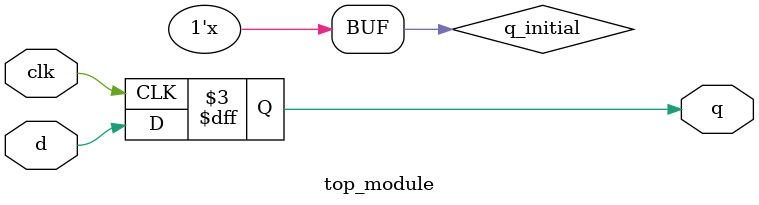
<source format=sv>
module top_module(
    input clk,
    input d,
    output reg q
);

    reg q_initial; // Define a temporary signal to store the initial value of q

    initial begin
        q_initial = 1'hx; // set initial value of q_initial to 1'hx
    end

    always @(posedge clk) begin
        q <= d; // assign the value of d to q
    end

endmodule

</source>
